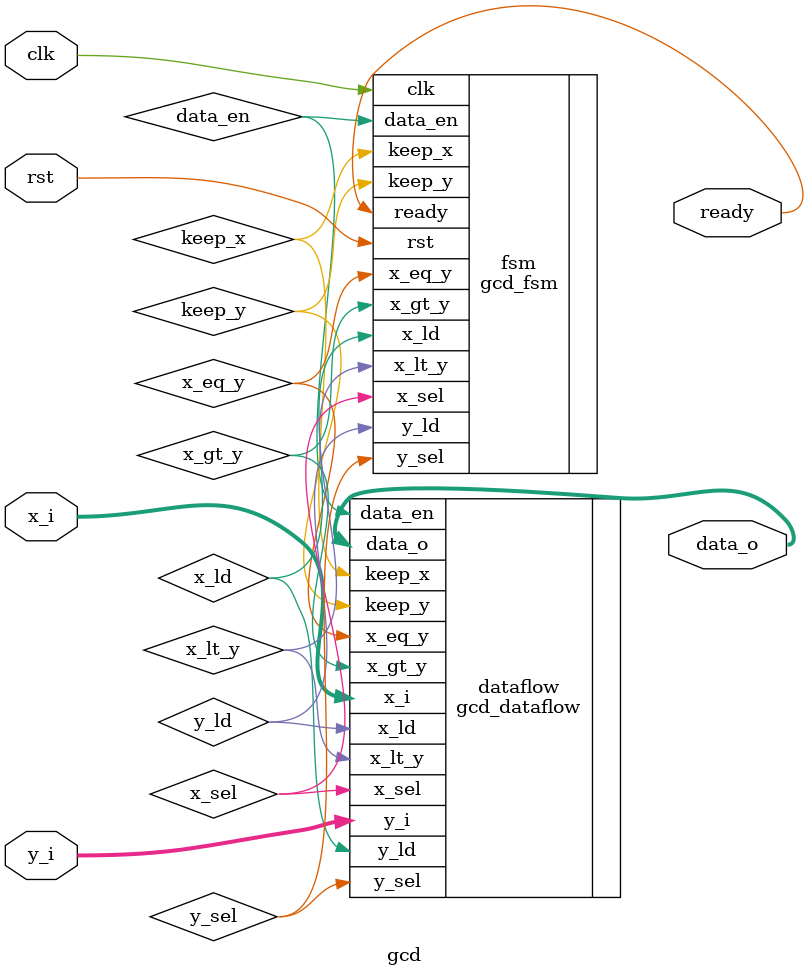
<source format=v>
module gcd #(
    parameter word = 8
) (
    input [word-1:0] x_i,
    input [word-1:0] y_i,
    input clk,
    input rst,
    output [word-1:0] data_o,
    output ready
);

wire x_eq_y, x_gt_y, x_lt_y;
wire data_en, x_ld, y_ld;
wire x_sel, y_sel, keep_x, keep_y;


gcd_fsm fsm (.x_eq_y(x_eq_y), 
.x_gt_y(x_gt_y), 
.x_lt_y(x_lt_y), 
.clk(clk), 
.rst(rst),
.data_en(data_en),
.x_sel(x_sel),
.y_sel(y_sel),
.keep_x(keep_x),
.keep_y(keep_y),
.x_ld(x_ld),
.y_ld(y_ld),
.ready(ready));

gcd_dataflow #(.word(word)) dataflow (.x_i(x_i), 
.y_i(y_i), 
.x_sel(x_sel), 
.y_sel(y_sel), 
.keep_x(keep_x), 
.keep_y(keep_y), 
.y_ld(x_ld), 
.x_ld(y_ld), 
.data_en(data_en), 
.data_o(data_o),
.x_eq_y(x_eq_y),
.x_gt_y(x_gt_y),
.x_lt_y(x_lt_y));

    
endmodule
</source>
